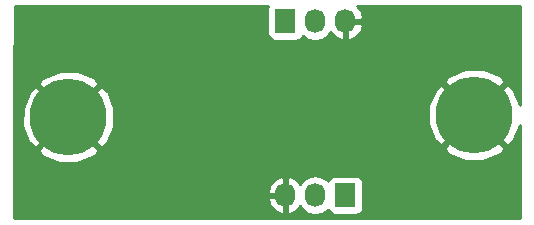
<source format=gbl>
G04 #@! TF.FileFunction,Copper,L2,Bot,Signal*
%FSLAX46Y46*%
G04 Gerber Fmt 4.6, Leading zero omitted, Abs format (unit mm)*
G04 Created by KiCad (PCBNEW 4.0.1-stable) date Wednesday, August 10, 2016 'PMt' 06:58:00 PM*
%MOMM*%
G01*
G04 APERTURE LIST*
%ADD10C,0.100000*%
%ADD11R,1.727200X2.032000*%
%ADD12O,1.727200X2.032000*%
%ADD13C,6.500000*%
%ADD14C,0.685800*%
%ADD15C,0.254000*%
G04 APERTURE END LIST*
D10*
D11*
X187960000Y-85344000D03*
D12*
X190500000Y-85344000D03*
X193040000Y-85344000D03*
D11*
X193040000Y-100076000D03*
D12*
X190500000Y-100076000D03*
X187960000Y-100076000D03*
D13*
X203962000Y-93280000D03*
X169600000Y-93470000D03*
D14*
X181102000Y-99314000D03*
X177292000Y-91694000D03*
X184404000Y-87376000D03*
X191008000Y-92202000D03*
D15*
G36*
X186448960Y-84328000D02*
X186448960Y-86360000D01*
X186493238Y-86595317D01*
X186632310Y-86811441D01*
X186844510Y-86956431D01*
X187096400Y-87007440D01*
X188823600Y-87007440D01*
X189058917Y-86963162D01*
X189275041Y-86824090D01*
X189420031Y-86611890D01*
X189428400Y-86570561D01*
X189440330Y-86588415D01*
X189926511Y-86913271D01*
X190500000Y-87027345D01*
X191073489Y-86913271D01*
X191559670Y-86588415D01*
X191766461Y-86278931D01*
X192137964Y-86694732D01*
X192665209Y-86948709D01*
X192680974Y-86951358D01*
X192913000Y-86830217D01*
X192913000Y-85471000D01*
X193167000Y-85471000D01*
X193167000Y-86830217D01*
X193399026Y-86951358D01*
X193414791Y-86948709D01*
X193942036Y-86694732D01*
X194331954Y-86258320D01*
X194525184Y-85705913D01*
X194380924Y-85471000D01*
X193167000Y-85471000D01*
X192913000Y-85471000D01*
X192893000Y-85471000D01*
X192893000Y-85217000D01*
X192913000Y-85217000D01*
X192913000Y-85197000D01*
X193167000Y-85197000D01*
X193167000Y-85217000D01*
X194380924Y-85217000D01*
X194525184Y-84982087D01*
X194331954Y-84429680D01*
X194037397Y-84100000D01*
X207809633Y-84100000D01*
X207805331Y-92419075D01*
X207271311Y-91103104D01*
X207239608Y-91055658D01*
X206738978Y-90682627D01*
X204141605Y-93280000D01*
X206738978Y-95877373D01*
X207239608Y-95504342D01*
X207804427Y-94168053D01*
X207800367Y-102020000D01*
X165011147Y-102020000D01*
X165013596Y-100437913D01*
X186474816Y-100437913D01*
X186668046Y-100990320D01*
X187057964Y-101426732D01*
X187585209Y-101680709D01*
X187600974Y-101683358D01*
X187833000Y-101562217D01*
X187833000Y-100203000D01*
X186619076Y-100203000D01*
X186474816Y-100437913D01*
X165013596Y-100437913D01*
X165014717Y-99714087D01*
X186474816Y-99714087D01*
X186619076Y-99949000D01*
X187833000Y-99949000D01*
X187833000Y-98589783D01*
X188087000Y-98589783D01*
X188087000Y-99949000D01*
X188107000Y-99949000D01*
X188107000Y-100203000D01*
X188087000Y-100203000D01*
X188087000Y-101562217D01*
X188319026Y-101683358D01*
X188334791Y-101680709D01*
X188862036Y-101426732D01*
X189233539Y-101010931D01*
X189440330Y-101320415D01*
X189926511Y-101645271D01*
X190500000Y-101759345D01*
X191073489Y-101645271D01*
X191559670Y-101320415D01*
X191569243Y-101306087D01*
X191573238Y-101327317D01*
X191712310Y-101543441D01*
X191924510Y-101688431D01*
X192176400Y-101739440D01*
X193903600Y-101739440D01*
X194138917Y-101695162D01*
X194355041Y-101556090D01*
X194500031Y-101343890D01*
X194551040Y-101092000D01*
X194551040Y-99060000D01*
X194506762Y-98824683D01*
X194367690Y-98608559D01*
X194155490Y-98463569D01*
X193903600Y-98412560D01*
X192176400Y-98412560D01*
X191941083Y-98456838D01*
X191724959Y-98595910D01*
X191579969Y-98808110D01*
X191571600Y-98849439D01*
X191559670Y-98831585D01*
X191073489Y-98506729D01*
X190500000Y-98392655D01*
X189926511Y-98506729D01*
X189440330Y-98831585D01*
X189233539Y-99141069D01*
X188862036Y-98725268D01*
X188334791Y-98471291D01*
X188319026Y-98468642D01*
X188087000Y-98589783D01*
X187833000Y-98589783D01*
X187600974Y-98468642D01*
X187585209Y-98471291D01*
X187057964Y-98725268D01*
X186668046Y-99161680D01*
X186474816Y-99714087D01*
X165014717Y-99714087D01*
X165020087Y-96246978D01*
X167002627Y-96246978D01*
X167375658Y-96747608D01*
X168799262Y-97349333D01*
X170344772Y-97360466D01*
X171776896Y-96779311D01*
X171824342Y-96747608D01*
X172197373Y-96246978D01*
X169600000Y-93649605D01*
X167002627Y-96246978D01*
X165020087Y-96246978D01*
X165023235Y-94214772D01*
X165709534Y-94214772D01*
X166290689Y-95646896D01*
X166322392Y-95694342D01*
X166823022Y-96067373D01*
X169420395Y-93470000D01*
X169779605Y-93470000D01*
X172376978Y-96067373D01*
X172390928Y-96056978D01*
X201364627Y-96056978D01*
X201737658Y-96557608D01*
X203161262Y-97159333D01*
X204706772Y-97170466D01*
X206138896Y-96589311D01*
X206186342Y-96557608D01*
X206559373Y-96056978D01*
X203962000Y-93459605D01*
X201364627Y-96056978D01*
X172390928Y-96056978D01*
X172877608Y-95694342D01*
X173479333Y-94270738D01*
X173481104Y-94024772D01*
X200071534Y-94024772D01*
X200652689Y-95456896D01*
X200684392Y-95504342D01*
X201185022Y-95877373D01*
X203782395Y-93280000D01*
X201185022Y-90682627D01*
X200684392Y-91055658D01*
X200082667Y-92479262D01*
X200071534Y-94024772D01*
X173481104Y-94024772D01*
X173490466Y-92725228D01*
X172909311Y-91293104D01*
X172877608Y-91245658D01*
X172376978Y-90872627D01*
X169779605Y-93470000D01*
X169420395Y-93470000D01*
X166823022Y-90872627D01*
X166322392Y-91245658D01*
X165720667Y-92669262D01*
X165709534Y-94214772D01*
X165023235Y-94214772D01*
X165028689Y-90693022D01*
X167002627Y-90693022D01*
X169600000Y-93290395D01*
X172197373Y-90693022D01*
X172055800Y-90503022D01*
X201364627Y-90503022D01*
X203962000Y-93100395D01*
X206559373Y-90503022D01*
X206186342Y-90002392D01*
X204762738Y-89400667D01*
X203217228Y-89389534D01*
X201785104Y-89970689D01*
X201737658Y-90002392D01*
X201364627Y-90503022D01*
X172055800Y-90503022D01*
X171824342Y-90192392D01*
X170400738Y-89590667D01*
X168855228Y-89579534D01*
X167423104Y-90160689D01*
X167375658Y-90192392D01*
X167002627Y-90693022D01*
X165028689Y-90693022D01*
X165038901Y-84100000D01*
X186495131Y-84100000D01*
X186448960Y-84328000D01*
X186448960Y-84328000D01*
G37*
X186448960Y-84328000D02*
X186448960Y-86360000D01*
X186493238Y-86595317D01*
X186632310Y-86811441D01*
X186844510Y-86956431D01*
X187096400Y-87007440D01*
X188823600Y-87007440D01*
X189058917Y-86963162D01*
X189275041Y-86824090D01*
X189420031Y-86611890D01*
X189428400Y-86570561D01*
X189440330Y-86588415D01*
X189926511Y-86913271D01*
X190500000Y-87027345D01*
X191073489Y-86913271D01*
X191559670Y-86588415D01*
X191766461Y-86278931D01*
X192137964Y-86694732D01*
X192665209Y-86948709D01*
X192680974Y-86951358D01*
X192913000Y-86830217D01*
X192913000Y-85471000D01*
X193167000Y-85471000D01*
X193167000Y-86830217D01*
X193399026Y-86951358D01*
X193414791Y-86948709D01*
X193942036Y-86694732D01*
X194331954Y-86258320D01*
X194525184Y-85705913D01*
X194380924Y-85471000D01*
X193167000Y-85471000D01*
X192913000Y-85471000D01*
X192893000Y-85471000D01*
X192893000Y-85217000D01*
X192913000Y-85217000D01*
X192913000Y-85197000D01*
X193167000Y-85197000D01*
X193167000Y-85217000D01*
X194380924Y-85217000D01*
X194525184Y-84982087D01*
X194331954Y-84429680D01*
X194037397Y-84100000D01*
X207809633Y-84100000D01*
X207805331Y-92419075D01*
X207271311Y-91103104D01*
X207239608Y-91055658D01*
X206738978Y-90682627D01*
X204141605Y-93280000D01*
X206738978Y-95877373D01*
X207239608Y-95504342D01*
X207804427Y-94168053D01*
X207800367Y-102020000D01*
X165011147Y-102020000D01*
X165013596Y-100437913D01*
X186474816Y-100437913D01*
X186668046Y-100990320D01*
X187057964Y-101426732D01*
X187585209Y-101680709D01*
X187600974Y-101683358D01*
X187833000Y-101562217D01*
X187833000Y-100203000D01*
X186619076Y-100203000D01*
X186474816Y-100437913D01*
X165013596Y-100437913D01*
X165014717Y-99714087D01*
X186474816Y-99714087D01*
X186619076Y-99949000D01*
X187833000Y-99949000D01*
X187833000Y-98589783D01*
X188087000Y-98589783D01*
X188087000Y-99949000D01*
X188107000Y-99949000D01*
X188107000Y-100203000D01*
X188087000Y-100203000D01*
X188087000Y-101562217D01*
X188319026Y-101683358D01*
X188334791Y-101680709D01*
X188862036Y-101426732D01*
X189233539Y-101010931D01*
X189440330Y-101320415D01*
X189926511Y-101645271D01*
X190500000Y-101759345D01*
X191073489Y-101645271D01*
X191559670Y-101320415D01*
X191569243Y-101306087D01*
X191573238Y-101327317D01*
X191712310Y-101543441D01*
X191924510Y-101688431D01*
X192176400Y-101739440D01*
X193903600Y-101739440D01*
X194138917Y-101695162D01*
X194355041Y-101556090D01*
X194500031Y-101343890D01*
X194551040Y-101092000D01*
X194551040Y-99060000D01*
X194506762Y-98824683D01*
X194367690Y-98608559D01*
X194155490Y-98463569D01*
X193903600Y-98412560D01*
X192176400Y-98412560D01*
X191941083Y-98456838D01*
X191724959Y-98595910D01*
X191579969Y-98808110D01*
X191571600Y-98849439D01*
X191559670Y-98831585D01*
X191073489Y-98506729D01*
X190500000Y-98392655D01*
X189926511Y-98506729D01*
X189440330Y-98831585D01*
X189233539Y-99141069D01*
X188862036Y-98725268D01*
X188334791Y-98471291D01*
X188319026Y-98468642D01*
X188087000Y-98589783D01*
X187833000Y-98589783D01*
X187600974Y-98468642D01*
X187585209Y-98471291D01*
X187057964Y-98725268D01*
X186668046Y-99161680D01*
X186474816Y-99714087D01*
X165014717Y-99714087D01*
X165020087Y-96246978D01*
X167002627Y-96246978D01*
X167375658Y-96747608D01*
X168799262Y-97349333D01*
X170344772Y-97360466D01*
X171776896Y-96779311D01*
X171824342Y-96747608D01*
X172197373Y-96246978D01*
X169600000Y-93649605D01*
X167002627Y-96246978D01*
X165020087Y-96246978D01*
X165023235Y-94214772D01*
X165709534Y-94214772D01*
X166290689Y-95646896D01*
X166322392Y-95694342D01*
X166823022Y-96067373D01*
X169420395Y-93470000D01*
X169779605Y-93470000D01*
X172376978Y-96067373D01*
X172390928Y-96056978D01*
X201364627Y-96056978D01*
X201737658Y-96557608D01*
X203161262Y-97159333D01*
X204706772Y-97170466D01*
X206138896Y-96589311D01*
X206186342Y-96557608D01*
X206559373Y-96056978D01*
X203962000Y-93459605D01*
X201364627Y-96056978D01*
X172390928Y-96056978D01*
X172877608Y-95694342D01*
X173479333Y-94270738D01*
X173481104Y-94024772D01*
X200071534Y-94024772D01*
X200652689Y-95456896D01*
X200684392Y-95504342D01*
X201185022Y-95877373D01*
X203782395Y-93280000D01*
X201185022Y-90682627D01*
X200684392Y-91055658D01*
X200082667Y-92479262D01*
X200071534Y-94024772D01*
X173481104Y-94024772D01*
X173490466Y-92725228D01*
X172909311Y-91293104D01*
X172877608Y-91245658D01*
X172376978Y-90872627D01*
X169779605Y-93470000D01*
X169420395Y-93470000D01*
X166823022Y-90872627D01*
X166322392Y-91245658D01*
X165720667Y-92669262D01*
X165709534Y-94214772D01*
X165023235Y-94214772D01*
X165028689Y-90693022D01*
X167002627Y-90693022D01*
X169600000Y-93290395D01*
X172197373Y-90693022D01*
X172055800Y-90503022D01*
X201364627Y-90503022D01*
X203962000Y-93100395D01*
X206559373Y-90503022D01*
X206186342Y-90002392D01*
X204762738Y-89400667D01*
X203217228Y-89389534D01*
X201785104Y-89970689D01*
X201737658Y-90002392D01*
X201364627Y-90503022D01*
X172055800Y-90503022D01*
X171824342Y-90192392D01*
X170400738Y-89590667D01*
X168855228Y-89579534D01*
X167423104Y-90160689D01*
X167375658Y-90192392D01*
X167002627Y-90693022D01*
X165028689Y-90693022D01*
X165038901Y-84100000D01*
X186495131Y-84100000D01*
X186448960Y-84328000D01*
M02*

</source>
